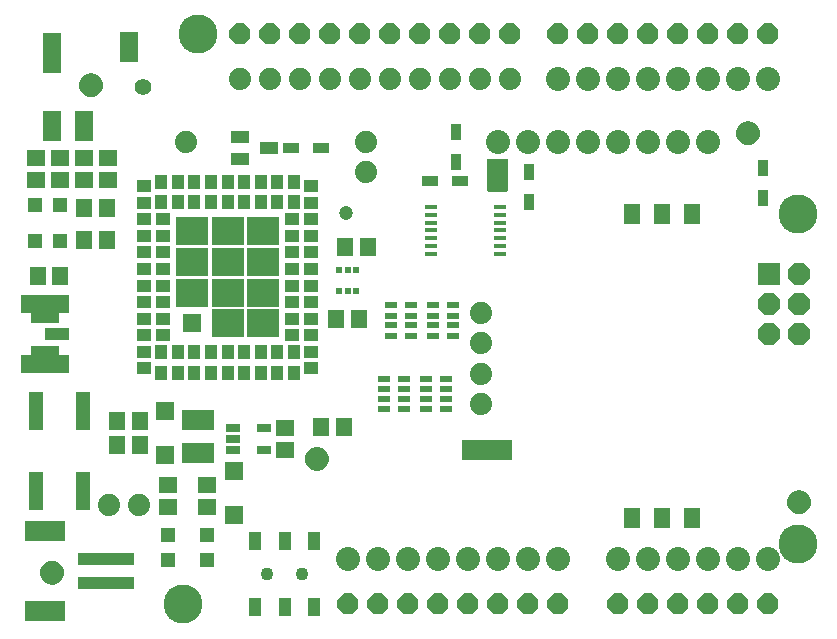
<source format=gbr>
G04 EAGLE Gerber RS-274X export*
G75*
%MOMM*%
%FSLAX34Y34*%
%LPD*%
%INSoldermask Top*%
%IPPOS*%
%AMOC8*
5,1,8,0,0,1.08239X$1,22.5*%
G01*
%ADD10C,3.301600*%
%ADD11R,1.001600X1.201600*%
%ADD12R,1.201600X1.001600*%
%ADD13R,1.601600X1.601600*%
%ADD14R,2.801600X2.401600*%
%ADD15R,1.301600X0.651600*%
%ADD16R,1.301600X1.301600*%
%ADD17R,1.601600X1.401600*%
%ADD18R,4.701600X1.101600*%
%ADD19R,3.501600X1.701600*%
%ADD20R,1.401600X1.601600*%
%ADD21R,1.301600X3.301600*%
%ADD22R,1.501600X1.501600*%
%ADD23R,2.801600X1.701600*%
%ADD24R,0.601600X0.601600*%
%ADD25R,0.501600X0.601600*%
%ADD26C,1.879600*%
%ADD27R,1.001600X0.551600*%
%ADD28R,1.401600X1.801600*%
%ADD29C,1.101600*%
%ADD30C,0.500000*%
%ADD31R,1.451600X0.901600*%
%ADD32R,1.501600X1.101600*%
%ADD33R,0.901600X1.451600*%
%ADD34C,1.201600*%
%ADD35R,1.000000X0.450000*%
%ADD36R,1.601600X2.601600*%
%ADD37R,1.601600X3.501600*%
%ADD38C,1.401600*%
%ADD39R,4.165600X1.625600*%
%ADD40R,2.133600X1.117600*%
%ADD41R,2.336800X0.914400*%
%ADD42R,1.101600X1.601600*%
%ADD43C,2.032000*%
%ADD44R,4.200000X1.800000*%
%ADD45P,1.924489X8X22.500000*%
%ADD46P,2.034460X8X22.500000*%
%ADD47R,1.879600X1.879600*%
%ADD48R,1.701800X1.270000*%
%ADD49R,0.304800X0.736600*%

G36*
X414138Y374666D02*
X414138Y374666D01*
X414257Y374673D01*
X414295Y374686D01*
X414336Y374691D01*
X414446Y374734D01*
X414559Y374771D01*
X414594Y374793D01*
X414631Y374808D01*
X414727Y374878D01*
X414828Y374941D01*
X414856Y374971D01*
X414889Y374994D01*
X414965Y375086D01*
X415046Y375173D01*
X415066Y375208D01*
X415091Y375239D01*
X415142Y375347D01*
X415200Y375451D01*
X415210Y375491D01*
X415227Y375527D01*
X415249Y375644D01*
X415279Y375759D01*
X415283Y375820D01*
X415287Y375840D01*
X415285Y375860D01*
X415289Y375920D01*
X415289Y401320D01*
X415274Y401438D01*
X415267Y401557D01*
X415254Y401595D01*
X415249Y401636D01*
X415206Y401746D01*
X415169Y401859D01*
X415147Y401894D01*
X415132Y401931D01*
X415063Y402027D01*
X414999Y402128D01*
X414969Y402156D01*
X414946Y402189D01*
X414854Y402265D01*
X414767Y402346D01*
X414732Y402366D01*
X414701Y402391D01*
X414593Y402442D01*
X414489Y402500D01*
X414449Y402510D01*
X414413Y402527D01*
X414296Y402549D01*
X414181Y402579D01*
X414121Y402583D01*
X414101Y402587D01*
X414080Y402585D01*
X414020Y402589D01*
X398780Y402589D01*
X398662Y402574D01*
X398543Y402567D01*
X398505Y402554D01*
X398464Y402549D01*
X398354Y402506D01*
X398241Y402469D01*
X398206Y402447D01*
X398169Y402432D01*
X398073Y402363D01*
X397972Y402299D01*
X397944Y402269D01*
X397911Y402246D01*
X397836Y402154D01*
X397754Y402067D01*
X397734Y402032D01*
X397709Y402001D01*
X397658Y401893D01*
X397600Y401789D01*
X397590Y401749D01*
X397573Y401713D01*
X397551Y401596D01*
X397521Y401481D01*
X397517Y401421D01*
X397513Y401401D01*
X397514Y401389D01*
X397513Y401386D01*
X397514Y401373D01*
X397511Y401320D01*
X397511Y375920D01*
X397526Y375802D01*
X397533Y375683D01*
X397546Y375645D01*
X397551Y375604D01*
X397594Y375494D01*
X397631Y375381D01*
X397653Y375346D01*
X397668Y375309D01*
X397738Y375213D01*
X397801Y375112D01*
X397831Y375084D01*
X397854Y375051D01*
X397946Y374976D01*
X398033Y374894D01*
X398068Y374874D01*
X398099Y374849D01*
X398207Y374798D01*
X398311Y374740D01*
X398351Y374730D01*
X398387Y374713D01*
X398504Y374691D01*
X398619Y374661D01*
X398680Y374657D01*
X398700Y374653D01*
X398720Y374655D01*
X398780Y374651D01*
X414020Y374651D01*
X414138Y374666D01*
G37*
D10*
X152400Y508000D03*
X660400Y355600D03*
X660400Y76200D03*
X139700Y25400D03*
D11*
X121800Y221260D03*
X135800Y221260D03*
X149800Y221260D03*
X163800Y221260D03*
X177800Y221260D03*
X191800Y221260D03*
X205800Y221260D03*
X219800Y221260D03*
X233800Y221260D03*
D12*
X248800Y225260D03*
X248800Y239260D03*
X248800Y253260D03*
X248800Y267260D03*
X248800Y281260D03*
X248800Y295260D03*
X248800Y309260D03*
X248800Y323260D03*
X248800Y337260D03*
X248800Y351260D03*
X248800Y365260D03*
X248800Y379260D03*
D11*
X233800Y383260D03*
X219800Y383260D03*
X205800Y383260D03*
X191800Y383260D03*
X177800Y383260D03*
X163800Y383260D03*
X149800Y383260D03*
X135800Y383260D03*
X121800Y383260D03*
D12*
X106800Y379260D03*
X106800Y365260D03*
X106800Y351260D03*
X106800Y337260D03*
X106800Y323260D03*
X106800Y309260D03*
X106800Y295260D03*
X106800Y281260D03*
X106800Y267260D03*
X106800Y253260D03*
X106800Y239260D03*
X106800Y225260D03*
D11*
X121800Y238660D03*
X135800Y238660D03*
X149800Y238660D03*
X163800Y238660D03*
X177800Y238660D03*
X191800Y238660D03*
X205800Y238660D03*
X219800Y238660D03*
X233800Y238660D03*
D12*
X232800Y253260D03*
X232800Y267260D03*
X232800Y281260D03*
X232800Y295260D03*
X232800Y309260D03*
X232800Y323260D03*
X232800Y337260D03*
X232800Y351260D03*
D11*
X233800Y365860D03*
X219800Y365860D03*
X205800Y365860D03*
X191800Y365860D03*
X177800Y365860D03*
X163800Y365860D03*
X149800Y365860D03*
X135800Y365860D03*
X121800Y365860D03*
D12*
X122800Y351260D03*
X122800Y337260D03*
X122800Y323260D03*
X122800Y309260D03*
X122800Y295260D03*
X122800Y281260D03*
X122800Y267260D03*
X122800Y253260D03*
D13*
X147800Y263260D03*
D14*
X177800Y263260D03*
X207800Y263260D03*
X207800Y289260D03*
X207800Y315260D03*
X207800Y341260D03*
X177800Y341260D03*
X147800Y341260D03*
X147800Y315260D03*
X147800Y289260D03*
X177800Y289260D03*
X177800Y315260D03*
D15*
X182579Y174600D03*
X182579Y165100D03*
X182579Y155600D03*
X208581Y155600D03*
X208581Y174600D03*
D16*
X160020Y84160D03*
X160020Y63160D03*
X127000Y63160D03*
X127000Y84160D03*
D17*
X160020Y107340D03*
X160020Y126340D03*
X127000Y107340D03*
X127000Y126340D03*
D18*
X75100Y43340D03*
X75100Y63340D03*
D19*
X23100Y19340D03*
X23100Y87340D03*
D17*
X226060Y155600D03*
X226060Y174600D03*
D20*
X257200Y175260D03*
X276200Y175260D03*
D21*
X15560Y120940D03*
X15560Y188940D03*
X55560Y188940D03*
X55560Y120940D03*
D22*
X124460Y151680D03*
X124460Y188680D03*
D20*
X103480Y180340D03*
X84480Y180340D03*
X103480Y160020D03*
X84480Y160020D03*
D23*
X152400Y153640D03*
X152400Y181640D03*
D24*
X286900Y308720D03*
D25*
X279400Y308720D03*
D24*
X271900Y308720D03*
X271900Y290720D03*
D25*
X279400Y290720D03*
D24*
X286900Y290720D03*
D20*
X277520Y327660D03*
X296520Y327660D03*
D16*
X14900Y332740D03*
X35900Y332740D03*
X14900Y363220D03*
X35900Y363220D03*
D20*
X17170Y303530D03*
X36170Y303530D03*
X56540Y360680D03*
X75540Y360680D03*
D26*
X142240Y416560D03*
D27*
X345500Y190470D03*
X362500Y190470D03*
X345500Y199470D03*
X345500Y207470D03*
X345500Y216470D03*
X362500Y216470D03*
X362500Y199470D03*
X362500Y207470D03*
X326940Y216470D03*
X309940Y216470D03*
X326940Y207470D03*
X326940Y199470D03*
X326940Y190470D03*
X309940Y190470D03*
X309940Y207470D03*
X309940Y199470D03*
X315940Y252430D03*
X332940Y252430D03*
X315940Y261430D03*
X315940Y269430D03*
X315940Y278430D03*
X332940Y278430D03*
X332940Y261430D03*
X332940Y269430D03*
X351500Y252430D03*
X368500Y252430D03*
X351500Y261430D03*
X351500Y269430D03*
X351500Y278430D03*
X368500Y278430D03*
X368500Y261430D03*
X368500Y269430D03*
D26*
X392100Y194580D03*
X392100Y219980D03*
D28*
X571280Y98830D03*
X545880Y98830D03*
X520480Y98830D03*
X520480Y355830D03*
X545880Y355830D03*
X571280Y355830D03*
D29*
X618490Y424180D03*
D30*
X610990Y424180D02*
X610992Y423999D01*
X610999Y423818D01*
X611010Y423637D01*
X611025Y423456D01*
X611045Y423276D01*
X611069Y423096D01*
X611097Y422917D01*
X611130Y422739D01*
X611167Y422562D01*
X611208Y422385D01*
X611253Y422210D01*
X611303Y422035D01*
X611357Y421862D01*
X611415Y421691D01*
X611477Y421520D01*
X611544Y421352D01*
X611614Y421185D01*
X611688Y421019D01*
X611767Y420856D01*
X611849Y420695D01*
X611935Y420535D01*
X612025Y420378D01*
X612119Y420223D01*
X612216Y420070D01*
X612318Y419920D01*
X612422Y419772D01*
X612531Y419626D01*
X612642Y419484D01*
X612758Y419344D01*
X612876Y419207D01*
X612998Y419072D01*
X613123Y418941D01*
X613251Y418813D01*
X613382Y418688D01*
X613517Y418566D01*
X613654Y418448D01*
X613794Y418332D01*
X613936Y418221D01*
X614082Y418112D01*
X614230Y418008D01*
X614380Y417906D01*
X614533Y417809D01*
X614688Y417715D01*
X614845Y417625D01*
X615005Y417539D01*
X615166Y417457D01*
X615329Y417378D01*
X615495Y417304D01*
X615662Y417234D01*
X615830Y417167D01*
X616001Y417105D01*
X616172Y417047D01*
X616345Y416993D01*
X616520Y416943D01*
X616695Y416898D01*
X616872Y416857D01*
X617049Y416820D01*
X617227Y416787D01*
X617406Y416759D01*
X617586Y416735D01*
X617766Y416715D01*
X617947Y416700D01*
X618128Y416689D01*
X618309Y416682D01*
X618490Y416680D01*
X610990Y424180D02*
X610992Y424361D01*
X610999Y424542D01*
X611010Y424723D01*
X611025Y424904D01*
X611045Y425084D01*
X611069Y425264D01*
X611097Y425443D01*
X611130Y425621D01*
X611167Y425798D01*
X611208Y425975D01*
X611253Y426150D01*
X611303Y426325D01*
X611357Y426498D01*
X611415Y426669D01*
X611477Y426840D01*
X611544Y427008D01*
X611614Y427175D01*
X611688Y427341D01*
X611767Y427504D01*
X611849Y427665D01*
X611935Y427825D01*
X612025Y427982D01*
X612119Y428137D01*
X612216Y428290D01*
X612318Y428440D01*
X612422Y428588D01*
X612531Y428734D01*
X612642Y428876D01*
X612758Y429016D01*
X612876Y429153D01*
X612998Y429288D01*
X613123Y429419D01*
X613251Y429547D01*
X613382Y429672D01*
X613517Y429794D01*
X613654Y429912D01*
X613794Y430028D01*
X613936Y430139D01*
X614082Y430248D01*
X614230Y430352D01*
X614380Y430454D01*
X614533Y430551D01*
X614688Y430645D01*
X614845Y430735D01*
X615005Y430821D01*
X615166Y430903D01*
X615329Y430982D01*
X615495Y431056D01*
X615662Y431126D01*
X615830Y431193D01*
X616001Y431255D01*
X616172Y431313D01*
X616345Y431367D01*
X616520Y431417D01*
X616695Y431462D01*
X616872Y431503D01*
X617049Y431540D01*
X617227Y431573D01*
X617406Y431601D01*
X617586Y431625D01*
X617766Y431645D01*
X617947Y431660D01*
X618128Y431671D01*
X618309Y431678D01*
X618490Y431680D01*
X618671Y431678D01*
X618852Y431671D01*
X619033Y431660D01*
X619214Y431645D01*
X619394Y431625D01*
X619574Y431601D01*
X619753Y431573D01*
X619931Y431540D01*
X620108Y431503D01*
X620285Y431462D01*
X620460Y431417D01*
X620635Y431367D01*
X620808Y431313D01*
X620979Y431255D01*
X621150Y431193D01*
X621318Y431126D01*
X621485Y431056D01*
X621651Y430982D01*
X621814Y430903D01*
X621975Y430821D01*
X622135Y430735D01*
X622292Y430645D01*
X622447Y430551D01*
X622600Y430454D01*
X622750Y430352D01*
X622898Y430248D01*
X623044Y430139D01*
X623186Y430028D01*
X623326Y429912D01*
X623463Y429794D01*
X623598Y429672D01*
X623729Y429547D01*
X623857Y429419D01*
X623982Y429288D01*
X624104Y429153D01*
X624222Y429016D01*
X624338Y428876D01*
X624449Y428734D01*
X624558Y428588D01*
X624662Y428440D01*
X624764Y428290D01*
X624861Y428137D01*
X624955Y427982D01*
X625045Y427825D01*
X625131Y427665D01*
X625213Y427504D01*
X625292Y427341D01*
X625366Y427175D01*
X625436Y427008D01*
X625503Y426840D01*
X625565Y426669D01*
X625623Y426498D01*
X625677Y426325D01*
X625727Y426150D01*
X625772Y425975D01*
X625813Y425798D01*
X625850Y425621D01*
X625883Y425443D01*
X625911Y425264D01*
X625935Y425084D01*
X625955Y424904D01*
X625970Y424723D01*
X625981Y424542D01*
X625988Y424361D01*
X625990Y424180D01*
X625988Y423999D01*
X625981Y423818D01*
X625970Y423637D01*
X625955Y423456D01*
X625935Y423276D01*
X625911Y423096D01*
X625883Y422917D01*
X625850Y422739D01*
X625813Y422562D01*
X625772Y422385D01*
X625727Y422210D01*
X625677Y422035D01*
X625623Y421862D01*
X625565Y421691D01*
X625503Y421520D01*
X625436Y421352D01*
X625366Y421185D01*
X625292Y421019D01*
X625213Y420856D01*
X625131Y420695D01*
X625045Y420535D01*
X624955Y420378D01*
X624861Y420223D01*
X624764Y420070D01*
X624662Y419920D01*
X624558Y419772D01*
X624449Y419626D01*
X624338Y419484D01*
X624222Y419344D01*
X624104Y419207D01*
X623982Y419072D01*
X623857Y418941D01*
X623729Y418813D01*
X623598Y418688D01*
X623463Y418566D01*
X623326Y418448D01*
X623186Y418332D01*
X623044Y418221D01*
X622898Y418112D01*
X622750Y418008D01*
X622600Y417906D01*
X622447Y417809D01*
X622292Y417715D01*
X622135Y417625D01*
X621975Y417539D01*
X621814Y417457D01*
X621651Y417378D01*
X621485Y417304D01*
X621318Y417234D01*
X621150Y417167D01*
X620979Y417105D01*
X620808Y417047D01*
X620635Y416993D01*
X620460Y416943D01*
X620285Y416898D01*
X620108Y416857D01*
X619931Y416820D01*
X619753Y416787D01*
X619574Y416759D01*
X619394Y416735D01*
X619214Y416715D01*
X619033Y416700D01*
X618852Y416689D01*
X618671Y416682D01*
X618490Y416680D01*
D29*
X29210Y52070D03*
D30*
X21710Y52070D02*
X21712Y51889D01*
X21719Y51708D01*
X21730Y51527D01*
X21745Y51346D01*
X21765Y51166D01*
X21789Y50986D01*
X21817Y50807D01*
X21850Y50629D01*
X21887Y50452D01*
X21928Y50275D01*
X21973Y50100D01*
X22023Y49925D01*
X22077Y49752D01*
X22135Y49581D01*
X22197Y49410D01*
X22264Y49242D01*
X22334Y49075D01*
X22408Y48909D01*
X22487Y48746D01*
X22569Y48585D01*
X22655Y48425D01*
X22745Y48268D01*
X22839Y48113D01*
X22936Y47960D01*
X23038Y47810D01*
X23142Y47662D01*
X23251Y47516D01*
X23362Y47374D01*
X23478Y47234D01*
X23596Y47097D01*
X23718Y46962D01*
X23843Y46831D01*
X23971Y46703D01*
X24102Y46578D01*
X24237Y46456D01*
X24374Y46338D01*
X24514Y46222D01*
X24656Y46111D01*
X24802Y46002D01*
X24950Y45898D01*
X25100Y45796D01*
X25253Y45699D01*
X25408Y45605D01*
X25565Y45515D01*
X25725Y45429D01*
X25886Y45347D01*
X26049Y45268D01*
X26215Y45194D01*
X26382Y45124D01*
X26550Y45057D01*
X26721Y44995D01*
X26892Y44937D01*
X27065Y44883D01*
X27240Y44833D01*
X27415Y44788D01*
X27592Y44747D01*
X27769Y44710D01*
X27947Y44677D01*
X28126Y44649D01*
X28306Y44625D01*
X28486Y44605D01*
X28667Y44590D01*
X28848Y44579D01*
X29029Y44572D01*
X29210Y44570D01*
X21710Y52070D02*
X21712Y52251D01*
X21719Y52432D01*
X21730Y52613D01*
X21745Y52794D01*
X21765Y52974D01*
X21789Y53154D01*
X21817Y53333D01*
X21850Y53511D01*
X21887Y53688D01*
X21928Y53865D01*
X21973Y54040D01*
X22023Y54215D01*
X22077Y54388D01*
X22135Y54559D01*
X22197Y54730D01*
X22264Y54898D01*
X22334Y55065D01*
X22408Y55231D01*
X22487Y55394D01*
X22569Y55555D01*
X22655Y55715D01*
X22745Y55872D01*
X22839Y56027D01*
X22936Y56180D01*
X23038Y56330D01*
X23142Y56478D01*
X23251Y56624D01*
X23362Y56766D01*
X23478Y56906D01*
X23596Y57043D01*
X23718Y57178D01*
X23843Y57309D01*
X23971Y57437D01*
X24102Y57562D01*
X24237Y57684D01*
X24374Y57802D01*
X24514Y57918D01*
X24656Y58029D01*
X24802Y58138D01*
X24950Y58242D01*
X25100Y58344D01*
X25253Y58441D01*
X25408Y58535D01*
X25565Y58625D01*
X25725Y58711D01*
X25886Y58793D01*
X26049Y58872D01*
X26215Y58946D01*
X26382Y59016D01*
X26550Y59083D01*
X26721Y59145D01*
X26892Y59203D01*
X27065Y59257D01*
X27240Y59307D01*
X27415Y59352D01*
X27592Y59393D01*
X27769Y59430D01*
X27947Y59463D01*
X28126Y59491D01*
X28306Y59515D01*
X28486Y59535D01*
X28667Y59550D01*
X28848Y59561D01*
X29029Y59568D01*
X29210Y59570D01*
X29391Y59568D01*
X29572Y59561D01*
X29753Y59550D01*
X29934Y59535D01*
X30114Y59515D01*
X30294Y59491D01*
X30473Y59463D01*
X30651Y59430D01*
X30828Y59393D01*
X31005Y59352D01*
X31180Y59307D01*
X31355Y59257D01*
X31528Y59203D01*
X31699Y59145D01*
X31870Y59083D01*
X32038Y59016D01*
X32205Y58946D01*
X32371Y58872D01*
X32534Y58793D01*
X32695Y58711D01*
X32855Y58625D01*
X33012Y58535D01*
X33167Y58441D01*
X33320Y58344D01*
X33470Y58242D01*
X33618Y58138D01*
X33764Y58029D01*
X33906Y57918D01*
X34046Y57802D01*
X34183Y57684D01*
X34318Y57562D01*
X34449Y57437D01*
X34577Y57309D01*
X34702Y57178D01*
X34824Y57043D01*
X34942Y56906D01*
X35058Y56766D01*
X35169Y56624D01*
X35278Y56478D01*
X35382Y56330D01*
X35484Y56180D01*
X35581Y56027D01*
X35675Y55872D01*
X35765Y55715D01*
X35851Y55555D01*
X35933Y55394D01*
X36012Y55231D01*
X36086Y55065D01*
X36156Y54898D01*
X36223Y54730D01*
X36285Y54559D01*
X36343Y54388D01*
X36397Y54215D01*
X36447Y54040D01*
X36492Y53865D01*
X36533Y53688D01*
X36570Y53511D01*
X36603Y53333D01*
X36631Y53154D01*
X36655Y52974D01*
X36675Y52794D01*
X36690Y52613D01*
X36701Y52432D01*
X36708Y52251D01*
X36710Y52070D01*
X36708Y51889D01*
X36701Y51708D01*
X36690Y51527D01*
X36675Y51346D01*
X36655Y51166D01*
X36631Y50986D01*
X36603Y50807D01*
X36570Y50629D01*
X36533Y50452D01*
X36492Y50275D01*
X36447Y50100D01*
X36397Y49925D01*
X36343Y49752D01*
X36285Y49581D01*
X36223Y49410D01*
X36156Y49242D01*
X36086Y49075D01*
X36012Y48909D01*
X35933Y48746D01*
X35851Y48585D01*
X35765Y48425D01*
X35675Y48268D01*
X35581Y48113D01*
X35484Y47960D01*
X35382Y47810D01*
X35278Y47662D01*
X35169Y47516D01*
X35058Y47374D01*
X34942Y47234D01*
X34824Y47097D01*
X34702Y46962D01*
X34577Y46831D01*
X34449Y46703D01*
X34318Y46578D01*
X34183Y46456D01*
X34046Y46338D01*
X33906Y46222D01*
X33764Y46111D01*
X33618Y46002D01*
X33470Y45898D01*
X33320Y45796D01*
X33167Y45699D01*
X33012Y45605D01*
X32855Y45515D01*
X32695Y45429D01*
X32534Y45347D01*
X32371Y45268D01*
X32205Y45194D01*
X32038Y45124D01*
X31870Y45057D01*
X31699Y44995D01*
X31528Y44937D01*
X31355Y44883D01*
X31180Y44833D01*
X31005Y44788D01*
X30828Y44747D01*
X30651Y44710D01*
X30473Y44677D01*
X30294Y44649D01*
X30114Y44625D01*
X29934Y44605D01*
X29753Y44590D01*
X29572Y44579D01*
X29391Y44572D01*
X29210Y44570D01*
D29*
X253450Y148390D03*
D30*
X245950Y148390D02*
X245952Y148209D01*
X245959Y148028D01*
X245970Y147847D01*
X245985Y147666D01*
X246005Y147486D01*
X246029Y147306D01*
X246057Y147127D01*
X246090Y146949D01*
X246127Y146772D01*
X246168Y146595D01*
X246213Y146420D01*
X246263Y146245D01*
X246317Y146072D01*
X246375Y145901D01*
X246437Y145730D01*
X246504Y145562D01*
X246574Y145395D01*
X246648Y145229D01*
X246727Y145066D01*
X246809Y144905D01*
X246895Y144745D01*
X246985Y144588D01*
X247079Y144433D01*
X247176Y144280D01*
X247278Y144130D01*
X247382Y143982D01*
X247491Y143836D01*
X247602Y143694D01*
X247718Y143554D01*
X247836Y143417D01*
X247958Y143282D01*
X248083Y143151D01*
X248211Y143023D01*
X248342Y142898D01*
X248477Y142776D01*
X248614Y142658D01*
X248754Y142542D01*
X248896Y142431D01*
X249042Y142322D01*
X249190Y142218D01*
X249340Y142116D01*
X249493Y142019D01*
X249648Y141925D01*
X249805Y141835D01*
X249965Y141749D01*
X250126Y141667D01*
X250289Y141588D01*
X250455Y141514D01*
X250622Y141444D01*
X250790Y141377D01*
X250961Y141315D01*
X251132Y141257D01*
X251305Y141203D01*
X251480Y141153D01*
X251655Y141108D01*
X251832Y141067D01*
X252009Y141030D01*
X252187Y140997D01*
X252366Y140969D01*
X252546Y140945D01*
X252726Y140925D01*
X252907Y140910D01*
X253088Y140899D01*
X253269Y140892D01*
X253450Y140890D01*
X245950Y148390D02*
X245952Y148571D01*
X245959Y148752D01*
X245970Y148933D01*
X245985Y149114D01*
X246005Y149294D01*
X246029Y149474D01*
X246057Y149653D01*
X246090Y149831D01*
X246127Y150008D01*
X246168Y150185D01*
X246213Y150360D01*
X246263Y150535D01*
X246317Y150708D01*
X246375Y150879D01*
X246437Y151050D01*
X246504Y151218D01*
X246574Y151385D01*
X246648Y151551D01*
X246727Y151714D01*
X246809Y151875D01*
X246895Y152035D01*
X246985Y152192D01*
X247079Y152347D01*
X247176Y152500D01*
X247278Y152650D01*
X247382Y152798D01*
X247491Y152944D01*
X247602Y153086D01*
X247718Y153226D01*
X247836Y153363D01*
X247958Y153498D01*
X248083Y153629D01*
X248211Y153757D01*
X248342Y153882D01*
X248477Y154004D01*
X248614Y154122D01*
X248754Y154238D01*
X248896Y154349D01*
X249042Y154458D01*
X249190Y154562D01*
X249340Y154664D01*
X249493Y154761D01*
X249648Y154855D01*
X249805Y154945D01*
X249965Y155031D01*
X250126Y155113D01*
X250289Y155192D01*
X250455Y155266D01*
X250622Y155336D01*
X250790Y155403D01*
X250961Y155465D01*
X251132Y155523D01*
X251305Y155577D01*
X251480Y155627D01*
X251655Y155672D01*
X251832Y155713D01*
X252009Y155750D01*
X252187Y155783D01*
X252366Y155811D01*
X252546Y155835D01*
X252726Y155855D01*
X252907Y155870D01*
X253088Y155881D01*
X253269Y155888D01*
X253450Y155890D01*
X253631Y155888D01*
X253812Y155881D01*
X253993Y155870D01*
X254174Y155855D01*
X254354Y155835D01*
X254534Y155811D01*
X254713Y155783D01*
X254891Y155750D01*
X255068Y155713D01*
X255245Y155672D01*
X255420Y155627D01*
X255595Y155577D01*
X255768Y155523D01*
X255939Y155465D01*
X256110Y155403D01*
X256278Y155336D01*
X256445Y155266D01*
X256611Y155192D01*
X256774Y155113D01*
X256935Y155031D01*
X257095Y154945D01*
X257252Y154855D01*
X257407Y154761D01*
X257560Y154664D01*
X257710Y154562D01*
X257858Y154458D01*
X258004Y154349D01*
X258146Y154238D01*
X258286Y154122D01*
X258423Y154004D01*
X258558Y153882D01*
X258689Y153757D01*
X258817Y153629D01*
X258942Y153498D01*
X259064Y153363D01*
X259182Y153226D01*
X259298Y153086D01*
X259409Y152944D01*
X259518Y152798D01*
X259622Y152650D01*
X259724Y152500D01*
X259821Y152347D01*
X259915Y152192D01*
X260005Y152035D01*
X260091Y151875D01*
X260173Y151714D01*
X260252Y151551D01*
X260326Y151385D01*
X260396Y151218D01*
X260463Y151050D01*
X260525Y150879D01*
X260583Y150708D01*
X260637Y150535D01*
X260687Y150360D01*
X260732Y150185D01*
X260773Y150008D01*
X260810Y149831D01*
X260843Y149653D01*
X260871Y149474D01*
X260895Y149294D01*
X260915Y149114D01*
X260930Y148933D01*
X260941Y148752D01*
X260948Y148571D01*
X260950Y148390D01*
X260948Y148209D01*
X260941Y148028D01*
X260930Y147847D01*
X260915Y147666D01*
X260895Y147486D01*
X260871Y147306D01*
X260843Y147127D01*
X260810Y146949D01*
X260773Y146772D01*
X260732Y146595D01*
X260687Y146420D01*
X260637Y146245D01*
X260583Y146072D01*
X260525Y145901D01*
X260463Y145730D01*
X260396Y145562D01*
X260326Y145395D01*
X260252Y145229D01*
X260173Y145066D01*
X260091Y144905D01*
X260005Y144745D01*
X259915Y144588D01*
X259821Y144433D01*
X259724Y144280D01*
X259622Y144130D01*
X259518Y143982D01*
X259409Y143836D01*
X259298Y143694D01*
X259182Y143554D01*
X259064Y143417D01*
X258942Y143282D01*
X258817Y143151D01*
X258689Y143023D01*
X258558Y142898D01*
X258423Y142776D01*
X258286Y142658D01*
X258146Y142542D01*
X258004Y142431D01*
X257858Y142322D01*
X257710Y142218D01*
X257560Y142116D01*
X257407Y142019D01*
X257252Y141925D01*
X257095Y141835D01*
X256935Y141749D01*
X256774Y141667D01*
X256611Y141588D01*
X256445Y141514D01*
X256278Y141444D01*
X256110Y141377D01*
X255939Y141315D01*
X255768Y141257D01*
X255595Y141203D01*
X255420Y141153D01*
X255245Y141108D01*
X255068Y141067D01*
X254891Y141030D01*
X254713Y140997D01*
X254534Y140969D01*
X254354Y140945D01*
X254174Y140925D01*
X253993Y140910D01*
X253812Y140899D01*
X253631Y140892D01*
X253450Y140890D01*
D31*
X256540Y411480D03*
X231140Y411480D03*
D26*
X294640Y416560D03*
X294640Y391160D03*
D32*
X212660Y411480D03*
X188660Y401980D03*
X188660Y420980D03*
D31*
X374650Y383540D03*
X349250Y383540D03*
D33*
X433070Y391160D03*
X433070Y365760D03*
X631190Y394970D03*
X631190Y369570D03*
D34*
X278130Y356870D03*
D35*
X408218Y322384D03*
X408218Y328884D03*
X408218Y335384D03*
X408218Y341884D03*
X408218Y348384D03*
X408218Y354884D03*
X408218Y361384D03*
X349718Y361384D03*
X349718Y354884D03*
X349718Y348384D03*
X349718Y341884D03*
X349718Y335384D03*
X349718Y328884D03*
X349718Y322384D03*
D36*
X29270Y430550D03*
X94270Y497550D03*
X56270Y430550D03*
D37*
X29270Y492550D03*
D38*
X106270Y463550D03*
D17*
X35560Y403200D03*
X35560Y384200D03*
X15240Y403200D03*
X15240Y384200D03*
X55880Y384200D03*
X55880Y403200D03*
X76200Y384200D03*
X76200Y403200D03*
D20*
X288900Y266700D03*
X269900Y266700D03*
D39*
X22860Y279400D03*
X22860Y228600D03*
D40*
X33020Y254000D03*
D41*
X23114Y267954D03*
X23114Y240046D03*
D29*
X62230Y464820D03*
D30*
X54730Y464820D02*
X54732Y464639D01*
X54739Y464458D01*
X54750Y464277D01*
X54765Y464096D01*
X54785Y463916D01*
X54809Y463736D01*
X54837Y463557D01*
X54870Y463379D01*
X54907Y463202D01*
X54948Y463025D01*
X54993Y462850D01*
X55043Y462675D01*
X55097Y462502D01*
X55155Y462331D01*
X55217Y462160D01*
X55284Y461992D01*
X55354Y461825D01*
X55428Y461659D01*
X55507Y461496D01*
X55589Y461335D01*
X55675Y461175D01*
X55765Y461018D01*
X55859Y460863D01*
X55956Y460710D01*
X56058Y460560D01*
X56162Y460412D01*
X56271Y460266D01*
X56382Y460124D01*
X56498Y459984D01*
X56616Y459847D01*
X56738Y459712D01*
X56863Y459581D01*
X56991Y459453D01*
X57122Y459328D01*
X57257Y459206D01*
X57394Y459088D01*
X57534Y458972D01*
X57676Y458861D01*
X57822Y458752D01*
X57970Y458648D01*
X58120Y458546D01*
X58273Y458449D01*
X58428Y458355D01*
X58585Y458265D01*
X58745Y458179D01*
X58906Y458097D01*
X59069Y458018D01*
X59235Y457944D01*
X59402Y457874D01*
X59570Y457807D01*
X59741Y457745D01*
X59912Y457687D01*
X60085Y457633D01*
X60260Y457583D01*
X60435Y457538D01*
X60612Y457497D01*
X60789Y457460D01*
X60967Y457427D01*
X61146Y457399D01*
X61326Y457375D01*
X61506Y457355D01*
X61687Y457340D01*
X61868Y457329D01*
X62049Y457322D01*
X62230Y457320D01*
X54730Y464820D02*
X54732Y465001D01*
X54739Y465182D01*
X54750Y465363D01*
X54765Y465544D01*
X54785Y465724D01*
X54809Y465904D01*
X54837Y466083D01*
X54870Y466261D01*
X54907Y466438D01*
X54948Y466615D01*
X54993Y466790D01*
X55043Y466965D01*
X55097Y467138D01*
X55155Y467309D01*
X55217Y467480D01*
X55284Y467648D01*
X55354Y467815D01*
X55428Y467981D01*
X55507Y468144D01*
X55589Y468305D01*
X55675Y468465D01*
X55765Y468622D01*
X55859Y468777D01*
X55956Y468930D01*
X56058Y469080D01*
X56162Y469228D01*
X56271Y469374D01*
X56382Y469516D01*
X56498Y469656D01*
X56616Y469793D01*
X56738Y469928D01*
X56863Y470059D01*
X56991Y470187D01*
X57122Y470312D01*
X57257Y470434D01*
X57394Y470552D01*
X57534Y470668D01*
X57676Y470779D01*
X57822Y470888D01*
X57970Y470992D01*
X58120Y471094D01*
X58273Y471191D01*
X58428Y471285D01*
X58585Y471375D01*
X58745Y471461D01*
X58906Y471543D01*
X59069Y471622D01*
X59235Y471696D01*
X59402Y471766D01*
X59570Y471833D01*
X59741Y471895D01*
X59912Y471953D01*
X60085Y472007D01*
X60260Y472057D01*
X60435Y472102D01*
X60612Y472143D01*
X60789Y472180D01*
X60967Y472213D01*
X61146Y472241D01*
X61326Y472265D01*
X61506Y472285D01*
X61687Y472300D01*
X61868Y472311D01*
X62049Y472318D01*
X62230Y472320D01*
X62411Y472318D01*
X62592Y472311D01*
X62773Y472300D01*
X62954Y472285D01*
X63134Y472265D01*
X63314Y472241D01*
X63493Y472213D01*
X63671Y472180D01*
X63848Y472143D01*
X64025Y472102D01*
X64200Y472057D01*
X64375Y472007D01*
X64548Y471953D01*
X64719Y471895D01*
X64890Y471833D01*
X65058Y471766D01*
X65225Y471696D01*
X65391Y471622D01*
X65554Y471543D01*
X65715Y471461D01*
X65875Y471375D01*
X66032Y471285D01*
X66187Y471191D01*
X66340Y471094D01*
X66490Y470992D01*
X66638Y470888D01*
X66784Y470779D01*
X66926Y470668D01*
X67066Y470552D01*
X67203Y470434D01*
X67338Y470312D01*
X67469Y470187D01*
X67597Y470059D01*
X67722Y469928D01*
X67844Y469793D01*
X67962Y469656D01*
X68078Y469516D01*
X68189Y469374D01*
X68298Y469228D01*
X68402Y469080D01*
X68504Y468930D01*
X68601Y468777D01*
X68695Y468622D01*
X68785Y468465D01*
X68871Y468305D01*
X68953Y468144D01*
X69032Y467981D01*
X69106Y467815D01*
X69176Y467648D01*
X69243Y467480D01*
X69305Y467309D01*
X69363Y467138D01*
X69417Y466965D01*
X69467Y466790D01*
X69512Y466615D01*
X69553Y466438D01*
X69590Y466261D01*
X69623Y466083D01*
X69651Y465904D01*
X69675Y465724D01*
X69695Y465544D01*
X69710Y465363D01*
X69721Y465182D01*
X69728Y465001D01*
X69730Y464820D01*
X69728Y464639D01*
X69721Y464458D01*
X69710Y464277D01*
X69695Y464096D01*
X69675Y463916D01*
X69651Y463736D01*
X69623Y463557D01*
X69590Y463379D01*
X69553Y463202D01*
X69512Y463025D01*
X69467Y462850D01*
X69417Y462675D01*
X69363Y462502D01*
X69305Y462331D01*
X69243Y462160D01*
X69176Y461992D01*
X69106Y461825D01*
X69032Y461659D01*
X68953Y461496D01*
X68871Y461335D01*
X68785Y461175D01*
X68695Y461018D01*
X68601Y460863D01*
X68504Y460710D01*
X68402Y460560D01*
X68298Y460412D01*
X68189Y460266D01*
X68078Y460124D01*
X67962Y459984D01*
X67844Y459847D01*
X67722Y459712D01*
X67597Y459581D01*
X67469Y459453D01*
X67338Y459328D01*
X67203Y459206D01*
X67066Y459088D01*
X66926Y458972D01*
X66784Y458861D01*
X66638Y458752D01*
X66490Y458648D01*
X66340Y458546D01*
X66187Y458449D01*
X66032Y458355D01*
X65875Y458265D01*
X65715Y458179D01*
X65554Y458097D01*
X65391Y458018D01*
X65225Y457944D01*
X65058Y457874D01*
X64890Y457807D01*
X64719Y457745D01*
X64548Y457687D01*
X64375Y457633D01*
X64200Y457583D01*
X64025Y457538D01*
X63848Y457497D01*
X63671Y457460D01*
X63493Y457427D01*
X63314Y457399D01*
X63134Y457375D01*
X62954Y457355D01*
X62773Y457340D01*
X62592Y457329D01*
X62411Y457322D01*
X62230Y457320D01*
D29*
X661670Y111760D03*
D30*
X654170Y111760D02*
X654172Y111579D01*
X654179Y111398D01*
X654190Y111217D01*
X654205Y111036D01*
X654225Y110856D01*
X654249Y110676D01*
X654277Y110497D01*
X654310Y110319D01*
X654347Y110142D01*
X654388Y109965D01*
X654433Y109790D01*
X654483Y109615D01*
X654537Y109442D01*
X654595Y109271D01*
X654657Y109100D01*
X654724Y108932D01*
X654794Y108765D01*
X654868Y108599D01*
X654947Y108436D01*
X655029Y108275D01*
X655115Y108115D01*
X655205Y107958D01*
X655299Y107803D01*
X655396Y107650D01*
X655498Y107500D01*
X655602Y107352D01*
X655711Y107206D01*
X655822Y107064D01*
X655938Y106924D01*
X656056Y106787D01*
X656178Y106652D01*
X656303Y106521D01*
X656431Y106393D01*
X656562Y106268D01*
X656697Y106146D01*
X656834Y106028D01*
X656974Y105912D01*
X657116Y105801D01*
X657262Y105692D01*
X657410Y105588D01*
X657560Y105486D01*
X657713Y105389D01*
X657868Y105295D01*
X658025Y105205D01*
X658185Y105119D01*
X658346Y105037D01*
X658509Y104958D01*
X658675Y104884D01*
X658842Y104814D01*
X659010Y104747D01*
X659181Y104685D01*
X659352Y104627D01*
X659525Y104573D01*
X659700Y104523D01*
X659875Y104478D01*
X660052Y104437D01*
X660229Y104400D01*
X660407Y104367D01*
X660586Y104339D01*
X660766Y104315D01*
X660946Y104295D01*
X661127Y104280D01*
X661308Y104269D01*
X661489Y104262D01*
X661670Y104260D01*
X654170Y111760D02*
X654172Y111941D01*
X654179Y112122D01*
X654190Y112303D01*
X654205Y112484D01*
X654225Y112664D01*
X654249Y112844D01*
X654277Y113023D01*
X654310Y113201D01*
X654347Y113378D01*
X654388Y113555D01*
X654433Y113730D01*
X654483Y113905D01*
X654537Y114078D01*
X654595Y114249D01*
X654657Y114420D01*
X654724Y114588D01*
X654794Y114755D01*
X654868Y114921D01*
X654947Y115084D01*
X655029Y115245D01*
X655115Y115405D01*
X655205Y115562D01*
X655299Y115717D01*
X655396Y115870D01*
X655498Y116020D01*
X655602Y116168D01*
X655711Y116314D01*
X655822Y116456D01*
X655938Y116596D01*
X656056Y116733D01*
X656178Y116868D01*
X656303Y116999D01*
X656431Y117127D01*
X656562Y117252D01*
X656697Y117374D01*
X656834Y117492D01*
X656974Y117608D01*
X657116Y117719D01*
X657262Y117828D01*
X657410Y117932D01*
X657560Y118034D01*
X657713Y118131D01*
X657868Y118225D01*
X658025Y118315D01*
X658185Y118401D01*
X658346Y118483D01*
X658509Y118562D01*
X658675Y118636D01*
X658842Y118706D01*
X659010Y118773D01*
X659181Y118835D01*
X659352Y118893D01*
X659525Y118947D01*
X659700Y118997D01*
X659875Y119042D01*
X660052Y119083D01*
X660229Y119120D01*
X660407Y119153D01*
X660586Y119181D01*
X660766Y119205D01*
X660946Y119225D01*
X661127Y119240D01*
X661308Y119251D01*
X661489Y119258D01*
X661670Y119260D01*
X661851Y119258D01*
X662032Y119251D01*
X662213Y119240D01*
X662394Y119225D01*
X662574Y119205D01*
X662754Y119181D01*
X662933Y119153D01*
X663111Y119120D01*
X663288Y119083D01*
X663465Y119042D01*
X663640Y118997D01*
X663815Y118947D01*
X663988Y118893D01*
X664159Y118835D01*
X664330Y118773D01*
X664498Y118706D01*
X664665Y118636D01*
X664831Y118562D01*
X664994Y118483D01*
X665155Y118401D01*
X665315Y118315D01*
X665472Y118225D01*
X665627Y118131D01*
X665780Y118034D01*
X665930Y117932D01*
X666078Y117828D01*
X666224Y117719D01*
X666366Y117608D01*
X666506Y117492D01*
X666643Y117374D01*
X666778Y117252D01*
X666909Y117127D01*
X667037Y116999D01*
X667162Y116868D01*
X667284Y116733D01*
X667402Y116596D01*
X667518Y116456D01*
X667629Y116314D01*
X667738Y116168D01*
X667842Y116020D01*
X667944Y115870D01*
X668041Y115717D01*
X668135Y115562D01*
X668225Y115405D01*
X668311Y115245D01*
X668393Y115084D01*
X668472Y114921D01*
X668546Y114755D01*
X668616Y114588D01*
X668683Y114420D01*
X668745Y114249D01*
X668803Y114078D01*
X668857Y113905D01*
X668907Y113730D01*
X668952Y113555D01*
X668993Y113378D01*
X669030Y113201D01*
X669063Y113023D01*
X669091Y112844D01*
X669115Y112664D01*
X669135Y112484D01*
X669150Y112303D01*
X669161Y112122D01*
X669168Y111941D01*
X669170Y111760D01*
X669168Y111579D01*
X669161Y111398D01*
X669150Y111217D01*
X669135Y111036D01*
X669115Y110856D01*
X669091Y110676D01*
X669063Y110497D01*
X669030Y110319D01*
X668993Y110142D01*
X668952Y109965D01*
X668907Y109790D01*
X668857Y109615D01*
X668803Y109442D01*
X668745Y109271D01*
X668683Y109100D01*
X668616Y108932D01*
X668546Y108765D01*
X668472Y108599D01*
X668393Y108436D01*
X668311Y108275D01*
X668225Y108115D01*
X668135Y107958D01*
X668041Y107803D01*
X667944Y107650D01*
X667842Y107500D01*
X667738Y107352D01*
X667629Y107206D01*
X667518Y107064D01*
X667402Y106924D01*
X667284Y106787D01*
X667162Y106652D01*
X667037Y106521D01*
X666909Y106393D01*
X666778Y106268D01*
X666643Y106146D01*
X666506Y106028D01*
X666366Y105912D01*
X666224Y105801D01*
X666078Y105692D01*
X665930Y105588D01*
X665780Y105486D01*
X665627Y105389D01*
X665472Y105295D01*
X665315Y105205D01*
X665155Y105119D01*
X664994Y105037D01*
X664831Y104958D01*
X664665Y104884D01*
X664498Y104814D01*
X664330Y104747D01*
X664159Y104685D01*
X663988Y104627D01*
X663815Y104573D01*
X663640Y104523D01*
X663465Y104478D01*
X663288Y104437D01*
X663111Y104400D01*
X662933Y104367D01*
X662754Y104339D01*
X662574Y104315D01*
X662394Y104295D01*
X662213Y104280D01*
X662032Y104269D01*
X661851Y104262D01*
X661670Y104260D01*
D42*
X201060Y78800D03*
X226060Y78800D03*
X251060Y78800D03*
X251060Y22800D03*
X226060Y22800D03*
X201060Y22800D03*
D29*
X241060Y50800D03*
X211060Y50800D03*
D22*
X182880Y100880D03*
X182880Y137880D03*
D26*
X187960Y469900D03*
X213360Y469900D03*
X238760Y469900D03*
X264160Y469900D03*
X289560Y469900D03*
X314960Y469900D03*
X340360Y469900D03*
X365760Y469900D03*
X391160Y469900D03*
X416560Y469900D03*
D43*
X457200Y469900D03*
X482600Y469900D03*
X508000Y469900D03*
X533400Y469900D03*
X558800Y469900D03*
X584200Y469900D03*
X609600Y469900D03*
X635000Y469900D03*
X457200Y63500D03*
X431800Y63500D03*
X406400Y63500D03*
X381000Y63500D03*
X355600Y63500D03*
X330200Y63500D03*
X304800Y63500D03*
X279400Y63500D03*
X635000Y63500D03*
X609600Y63500D03*
X584200Y63500D03*
X558800Y63500D03*
X533400Y63500D03*
X508000Y63500D03*
D44*
X397510Y156210D03*
D26*
X392100Y271780D03*
X392100Y246380D03*
X77470Y109220D03*
X102870Y109220D03*
D20*
X75540Y334010D03*
X56540Y334010D03*
D33*
X370840Y425450D03*
X370840Y400050D03*
D45*
X533400Y508000D03*
X508000Y25400D03*
X558800Y508000D03*
X584200Y508000D03*
X609600Y508000D03*
X635000Y508000D03*
X508000Y508000D03*
X482600Y508000D03*
X457200Y508000D03*
X416560Y508000D03*
X391160Y508000D03*
X365760Y508000D03*
X340360Y508000D03*
X314960Y508000D03*
X289560Y508000D03*
X264160Y508000D03*
X238760Y508000D03*
X533400Y25400D03*
X558800Y25400D03*
X584200Y25400D03*
X609600Y25400D03*
X635000Y25400D03*
X457200Y25400D03*
X431800Y25400D03*
X406400Y25400D03*
X381000Y25400D03*
X355600Y25400D03*
X330200Y25400D03*
X213360Y508000D03*
X187960Y508000D03*
X304800Y25400D03*
X279400Y25400D03*
D46*
X661670Y279400D03*
X636270Y279400D03*
D47*
X636270Y304800D03*
D46*
X661670Y304800D03*
X661670Y254000D03*
X636270Y254000D03*
D43*
X584200Y416560D03*
X558800Y416560D03*
X533400Y416560D03*
X508000Y416560D03*
X482600Y416560D03*
X457200Y416560D03*
X431800Y416560D03*
X406400Y416560D03*
D48*
X406400Y396240D03*
X406400Y381000D03*
D49*
X406400Y388620D03*
M02*

</source>
